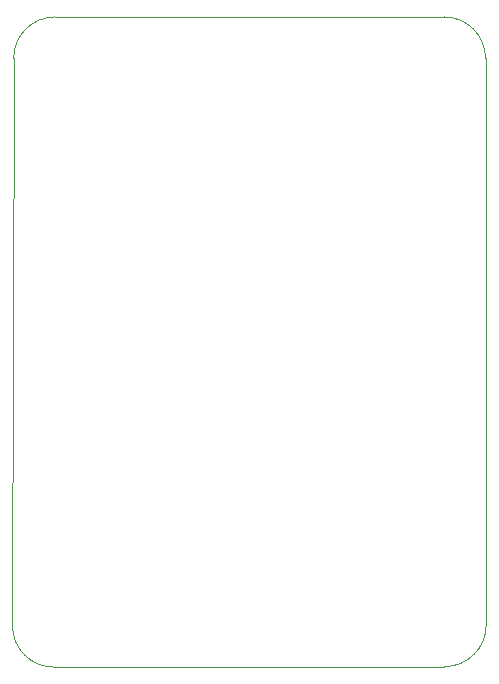
<source format=gm1>
%TF.GenerationSoftware,KiCad,Pcbnew,7.0.5*%
%TF.CreationDate,2023-07-07T08:41:41+03:00*%
%TF.ProjectId,carrier_board_v1,63617272-6965-4725-9f62-6f6172645f76,v01*%
%TF.SameCoordinates,Original*%
%TF.FileFunction,Profile,NP*%
%FSLAX46Y46*%
G04 Gerber Fmt 4.6, Leading zero omitted, Abs format (unit mm)*
G04 Created by KiCad (PCBNEW 7.0.5) date 2023-07-07 08:41:41*
%MOMM*%
%LPD*%
G01*
G04 APERTURE LIST*
%TA.AperFunction,Profile*%
%ADD10C,0.100000*%
%TD*%
G04 APERTURE END LIST*
D10*
X166538702Y-129942352D02*
X166475126Y-81974874D01*
X130024874Y-78474874D02*
G75*
G03*
X126524874Y-81974874I26J-3500026D01*
G01*
X126524874Y-81974874D02*
X126424874Y-130025126D01*
X129924874Y-133525126D02*
X162992352Y-133488702D01*
X126424874Y-130025126D02*
G75*
G03*
X129924874Y-133525126I3500026J26D01*
G01*
X162975126Y-78474874D02*
X130024874Y-78474874D01*
X162992352Y-133488702D02*
G75*
G03*
X166538702Y-129942352I48J3546302D01*
G01*
X166475126Y-81974874D02*
G75*
G03*
X162975126Y-78474874I-3500026J-26D01*
G01*
M02*

</source>
